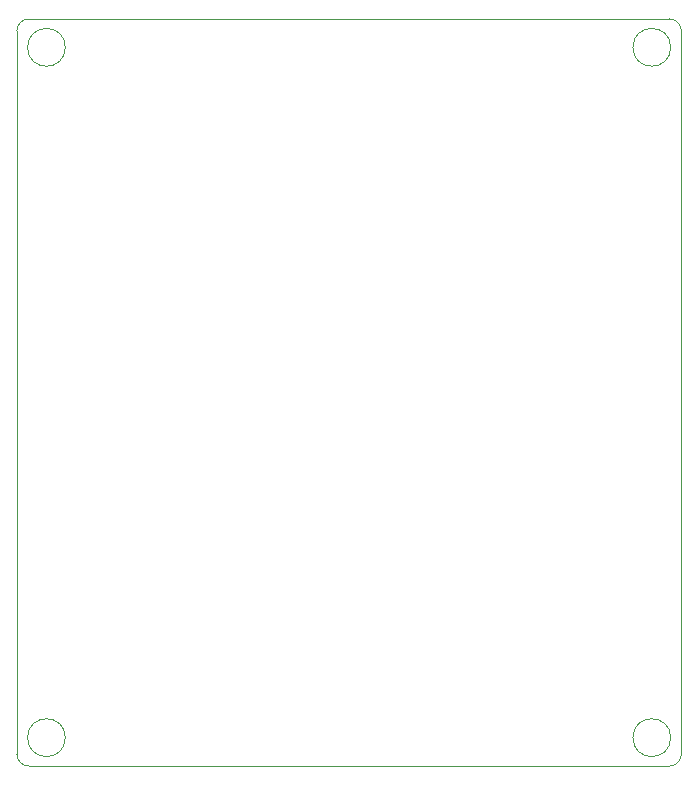
<source format=gbr>
%TF.GenerationSoftware,KiCad,Pcbnew,9.0.5*%
%TF.CreationDate,2025-10-28T16:25:52-07:00*%
%TF.ProjectId,Vine_Basestation_Cable_Reeling,56696e65-5f42-4617-9365-73746174696f,rev?*%
%TF.SameCoordinates,Original*%
%TF.FileFunction,Profile,NP*%
%FSLAX46Y46*%
G04 Gerber Fmt 4.6, Leading zero omitted, Abs format (unit mm)*
G04 Created by KiCad (PCBNEW 9.0.5) date 2025-10-28 16:25:52*
%MOMM*%
%LPD*%
G01*
G04 APERTURE LIST*
%TA.AperFunction,Profile*%
%ADD10C,0.050000*%
%TD*%
G04 APERTURE END LIST*
D10*
X164600000Y-119600000D02*
G75*
G02*
X161400000Y-119600000I-1600000J0D01*
G01*
X161400000Y-119600000D02*
G75*
G02*
X164600000Y-119600000I1600000J0D01*
G01*
X164600000Y-61150000D02*
G75*
G02*
X161400000Y-61150000I-1600000J0D01*
G01*
X161400000Y-61150000D02*
G75*
G02*
X164600000Y-61150000I1600000J0D01*
G01*
X113350000Y-61150000D02*
G75*
G02*
X110150000Y-61150000I-1600000J0D01*
G01*
X110150000Y-61150000D02*
G75*
G02*
X113350000Y-61150000I1600000J0D01*
G01*
X113350000Y-119600000D02*
G75*
G02*
X110150000Y-119600000I-1600000J0D01*
G01*
X110150000Y-119600000D02*
G75*
G02*
X113350000Y-119600000I1600000J0D01*
G01*
X165500000Y-121000000D02*
G75*
G02*
X164500000Y-122000000I-1000000J0D01*
G01*
X110250000Y-122000000D02*
G75*
G02*
X109250000Y-121000000I0J1000000D01*
G01*
X164500000Y-58750000D02*
G75*
G02*
X165500000Y-59750000I0J-1000000D01*
G01*
X109250000Y-59750000D02*
G75*
G02*
X110250000Y-58750000I1000000J0D01*
G01*
X165500000Y-59750000D02*
X165500000Y-121000000D01*
X109250000Y-121000000D02*
X109250000Y-59750000D01*
X164500000Y-122000000D02*
X110250000Y-122000000D01*
X110250000Y-58750000D02*
X164500000Y-58750000D01*
M02*

</source>
